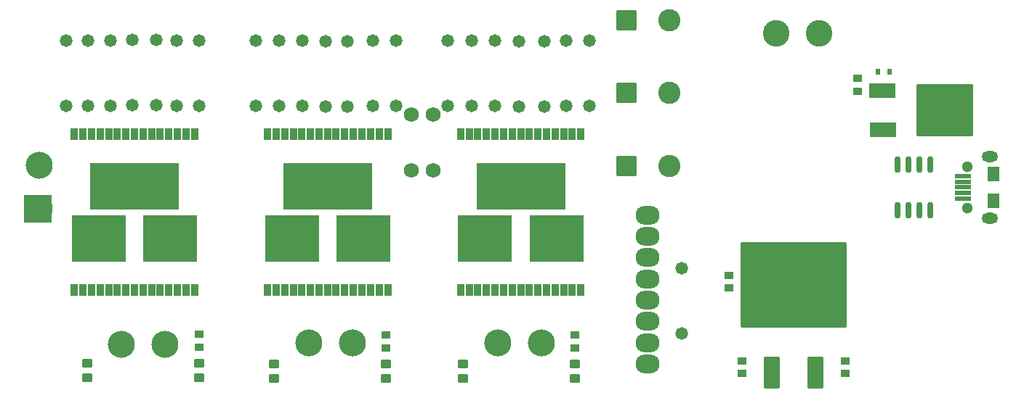
<source format=gts>
G04 Layer: TopSolderMaskLayer*
G04 EasyEDA v6.5.22, 2023-01-26 14:10:14*
G04 b877e135513245ca8f96004f63138494,c6a1bf633b9a4ba285e4988a7d74c357,10*
G04 Gerber Generator version 0.2*
G04 Scale: 100 percent, Rotated: No, Reflected: No *
G04 Dimensions in millimeters *
G04 leading zeros omitted , absolute positions ,4 integer and 5 decimal *
%FSLAX45Y45*%
%MOMM*%

%AMMACRO1*1,1,$1,$2,$3*1,1,$1,$4,$5*1,1,$1,0-$2,0-$3*1,1,$1,0-$4,0-$5*20,1,$1,$2,$3,$4,$5,0*20,1,$1,$4,$5,0-$2,0-$3,0*20,1,$1,0-$2,0-$3,0-$4,0-$5,0*20,1,$1,0-$4,0-$5,$2,$3,0*4,1,4,$2,$3,$4,$5,0-$2,0-$3,0-$4,0-$5,$2,$3,0*%
%ADD10C,1.4732*%
%ADD11O,2.8031948000000004X2.2031959999999997*%
%ADD12C,3.1496*%
%ADD13MACRO1,0.2032X-6.0998X4.8755X6.0998X4.8755*%
%ADD14MACRO1,0.2032X-0.8001X1.7501X0.8001X1.7501*%
%ADD15C,3.1016*%
%ADD16C,2.6016*%
%ADD17MACRO1,0.1016X1.11X-1.11X-1.11X-1.11*%
%ADD18R,0.6000X0.7000*%
%ADD19MACRO1,0.1016X0.5X-0.45X-0.5X-0.45*%
%ADD20MACRO1,0.1016X-0.5X0.45X0.5X0.45*%
%ADD21MACRO1,0.1016X-3.2499X-2.9997X-3.2499X2.9997*%
%ADD22MACRO1,0.1016X-1.4999X-0.8001X-1.4999X0.8001*%
%ADD23MACRO1,0.1016X-1.5011X-0.8001X-1.5011X0.8001*%
%ADD24MACRO1,0.1016X0.432X-0.4032X-0.432X-0.4032*%
%ADD25MACRO1,0.1016X0.432X0.4032X-0.432X0.4032*%
%ADD26MACRO1,0.1016X0.3353X-0.6502X-0.3353X-0.6502*%
%ADD27MACRO1,0.1016X5.1499X-2.6251X-5.1499X-2.6251*%
%ADD28MACRO1,0.1016X3.1153X-2.6251X-3.1153X-2.6251*%
%ADD29O,0.7315962X1.9665949999999999*%
%ADD30MACRO1,0.1X-0.9X0.2X0.9X0.2*%
%ADD31MACRO1,0.1X0.65X0.8X0.65X-0.8*%
%ADD32C,1.3000*%
%ADD33O,1.8999962X1.2999974*%
%ADD34MACRO1,0.1016X0.45X0.4X0.45X-0.4*%
%ADD35MACRO1,0.1016X-0.45X-0.4X-0.45X0.4*%
%ADD36C,1.7272*%
%ADD37R,3.2032X3.2032*%
%ADD38R,0.0143X3.2032*%

%LPD*%
D10*
G01*
X7749997Y691997D03*
G01*
X7749997Y1453997D03*
D11*
G01*
X7349997Y1827733D03*
G01*
X7349997Y584936D03*
G01*
X7349997Y833501D03*
G01*
X7349997Y1082065D03*
G01*
X7349997Y1330629D03*
G01*
X7349997Y1579168D03*
G01*
X7349997Y2076297D03*
G01*
X7349997Y336397D03*
D12*
G01*
X3912006Y585647D03*
G01*
X3404006Y585647D03*
D13*
G01*
X9049981Y1264348D03*
D14*
G01*
X9303981Y235648D03*
G01*
X8795981Y235648D03*
D15*
G01*
X8849995Y4199991D03*
G01*
X9349993Y4199991D03*
D16*
G01*
X7599959Y4349978D03*
D17*
G01*
X7099978Y4349991D03*
D16*
G01*
X7599984Y3499993D03*
D17*
G01*
X7099985Y3499993D03*
D16*
G01*
X7599984Y2649981D03*
D17*
G01*
X7099985Y2649994D03*
D12*
G01*
X1727885Y568248D03*
G01*
X1219885Y568248D03*
G01*
X6112002Y585647D03*
G01*
X5604002Y585647D03*
D10*
G01*
X830656Y3353282D03*
G01*
X830656Y4115282D03*
G01*
X3058668Y3353282D03*
G01*
X3058668Y4115282D03*
G01*
X5297297Y3353282D03*
G01*
X5297297Y4115282D03*
D18*
G01*
X10169982Y3749979D03*
G01*
X10029977Y3749979D03*
D19*
G01*
X6499986Y165008D03*
G01*
X6499986Y335008D03*
D20*
G01*
X822314Y346285D03*
G01*
X822314Y176286D03*
D19*
G01*
X2122312Y176303D03*
G01*
X2122312Y346303D03*
D20*
G01*
X2999993Y334990D03*
G01*
X2999993Y164990D03*
D19*
G01*
X4299991Y165008D03*
G01*
X4299991Y335008D03*
D20*
G01*
X5199989Y334990D03*
G01*
X5199989Y164990D03*
D21*
G01*
X10811687Y3300018D03*
D22*
G01*
X10088262Y3528512D03*
D23*
G01*
X10088905Y3071489D03*
D24*
G01*
X2122312Y686619D03*
D25*
G01*
X2122312Y535969D03*
D10*
G01*
X1863979Y3353282D03*
G01*
X1863979Y4115282D03*
G01*
X1622323Y4119295D03*
G01*
X1622323Y3357295D03*
G01*
X572312Y3353282D03*
G01*
X572312Y4115282D03*
G01*
X2122322Y3353282D03*
G01*
X2122322Y4115282D03*
G01*
X1088974Y3353282D03*
G01*
X1088974Y4115282D03*
G01*
X1347317Y4119295D03*
G01*
X1347317Y3357295D03*
D24*
G01*
X4299991Y675323D03*
D25*
G01*
X4299991Y524673D03*
D10*
G01*
X4149572Y3353282D03*
G01*
X4149572Y4115282D03*
G01*
X3850004Y4107992D03*
G01*
X3850004Y3345992D03*
G01*
X2785922Y3353282D03*
G01*
X2785922Y4115282D03*
G01*
X4422317Y3353282D03*
G01*
X4422317Y4115282D03*
G01*
X3331387Y3353282D03*
G01*
X3331387Y4115282D03*
G01*
X3599992Y4107992D03*
G01*
X3599992Y3345992D03*
D24*
G01*
X9799980Y3675317D03*
D25*
G01*
X9799980Y3524667D03*
D10*
G01*
X6397320Y3353282D03*
G01*
X6397320Y4115282D03*
G01*
X6150000Y4107992D03*
G01*
X6150000Y3345992D03*
G01*
X5022316Y3353282D03*
G01*
X5022316Y4115282D03*
G01*
X6672300Y3353282D03*
G01*
X6672300Y4115282D03*
G01*
X5572302Y3353282D03*
G01*
X5572302Y4115282D03*
G01*
X5850000Y4107992D03*
G01*
X5850000Y3345992D03*
D26*
G01*
X6573344Y3020611D03*
G01*
X6471744Y3020611D03*
G01*
X6372684Y3020611D03*
G01*
X6271084Y3020611D03*
G01*
X6172024Y3020611D03*
G01*
X6072964Y3020611D03*
G01*
X5971364Y3020611D03*
G01*
X5872304Y3020611D03*
G01*
X5773244Y3020611D03*
G01*
X5671644Y3020611D03*
G01*
X5572584Y3020611D03*
G01*
X5473524Y3020611D03*
G01*
X5371924Y3020611D03*
G01*
X5272864Y3020611D03*
G01*
X5171264Y3020611D03*
G01*
X6573344Y1201971D03*
G01*
X6471744Y1201971D03*
G01*
X6372684Y1201971D03*
G01*
X6271084Y1201971D03*
G01*
X6172024Y1201971D03*
G01*
X6072964Y1201971D03*
G01*
X5971364Y1201971D03*
G01*
X5872304Y1201971D03*
G01*
X5773244Y1201971D03*
G01*
X5671644Y1201971D03*
G01*
X5572584Y1201971D03*
G01*
X5473524Y1201971D03*
G01*
X5371924Y1201971D03*
G01*
X5272864Y1201971D03*
G01*
X5171264Y1201971D03*
D27*
G01*
X5872304Y2416091D03*
D28*
G01*
X6288864Y1806491D03*
G01*
X5455744Y1806491D03*
D26*
G01*
X2073353Y3020611D03*
G01*
X1971753Y3020611D03*
G01*
X1872693Y3020611D03*
G01*
X1771093Y3020611D03*
G01*
X1672033Y3020611D03*
G01*
X1572973Y3020611D03*
G01*
X1471373Y3020611D03*
G01*
X1372313Y3020611D03*
G01*
X1273253Y3020611D03*
G01*
X1171653Y3020611D03*
G01*
X1072593Y3020611D03*
G01*
X973533Y3020611D03*
G01*
X871933Y3020611D03*
G01*
X772873Y3020611D03*
G01*
X671273Y3020611D03*
G01*
X2073353Y1201971D03*
G01*
X1971753Y1201971D03*
G01*
X1872693Y1201971D03*
G01*
X1771093Y1201971D03*
G01*
X1672033Y1201971D03*
G01*
X1572973Y1201971D03*
G01*
X1471373Y1201971D03*
G01*
X1372313Y1201971D03*
G01*
X1273253Y1201971D03*
G01*
X1171653Y1201971D03*
G01*
X1072593Y1201971D03*
G01*
X973533Y1201971D03*
G01*
X871933Y1201971D03*
G01*
X772873Y1201971D03*
G01*
X671273Y1201971D03*
D27*
G01*
X1372313Y2416091D03*
D28*
G01*
X1788873Y1806491D03*
G01*
X955753Y1806491D03*
D26*
G01*
X4323351Y3020606D03*
G01*
X4221751Y3020606D03*
G01*
X4122691Y3020606D03*
G01*
X4021091Y3020606D03*
G01*
X3922031Y3020606D03*
G01*
X3822971Y3020606D03*
G01*
X3721371Y3020606D03*
G01*
X3622311Y3020606D03*
G01*
X3523251Y3020606D03*
G01*
X3421651Y3020606D03*
G01*
X3322591Y3020606D03*
G01*
X3223531Y3020606D03*
G01*
X3121931Y3020606D03*
G01*
X3022871Y3020606D03*
G01*
X2921271Y3020606D03*
G01*
X4323351Y1201966D03*
G01*
X4221751Y1201966D03*
G01*
X4122691Y1201966D03*
G01*
X4021091Y1201966D03*
G01*
X3922031Y1201966D03*
G01*
X3822971Y1201966D03*
G01*
X3721371Y1201966D03*
G01*
X3622311Y1201966D03*
G01*
X3523251Y1201966D03*
G01*
X3421651Y1201966D03*
G01*
X3322591Y1201966D03*
G01*
X3223531Y1201966D03*
G01*
X3121931Y1201966D03*
G01*
X3022871Y1201966D03*
G01*
X2921271Y1201966D03*
D27*
G01*
X3622311Y2416086D03*
D28*
G01*
X4038871Y1806486D03*
G01*
X3205751Y1806486D03*
D24*
G01*
X6499987Y675323D03*
D25*
G01*
X6499987Y524673D03*
D29*
G01*
X10640491Y2668244D03*
G01*
X10513491Y2668244D03*
G01*
X10386491Y2668244D03*
G01*
X10259491Y2668244D03*
G01*
X10640491Y2131745D03*
G01*
X10513491Y2131745D03*
G01*
X10386491Y2131745D03*
G01*
X10259491Y2131745D03*
D30*
G01*
X11019977Y2269959D03*
G01*
X11019977Y2334958D03*
G01*
X11019977Y2399957D03*
G01*
X11019977Y2464955D03*
G01*
X11019977Y2529954D03*
D31*
G01*
X11379975Y2559997D03*
G01*
X11379975Y2239998D03*
D32*
G01*
X11072977Y2641295D03*
G01*
X11074577Y2157476D03*
D33*
G01*
X11339601Y2037486D03*
G01*
X11339601Y2762478D03*
D12*
G01*
X260350Y2654300D03*
G01*
X260350Y2146300D03*
D34*
G01*
X9649980Y229999D03*
G01*
X9649980Y369999D03*
D35*
G01*
X8449983Y369999D03*
G01*
X8449983Y229999D03*
G01*
X8299983Y1369997D03*
G01*
X8299983Y1229997D03*
D36*
G01*
X4595987Y2600007D03*
G01*
X4849987Y2600007D03*
G01*
X4853980Y3250006D03*
G01*
X4599980Y3250006D03*
D37*
G01*
X249986Y2149982D03*
M02*

</source>
